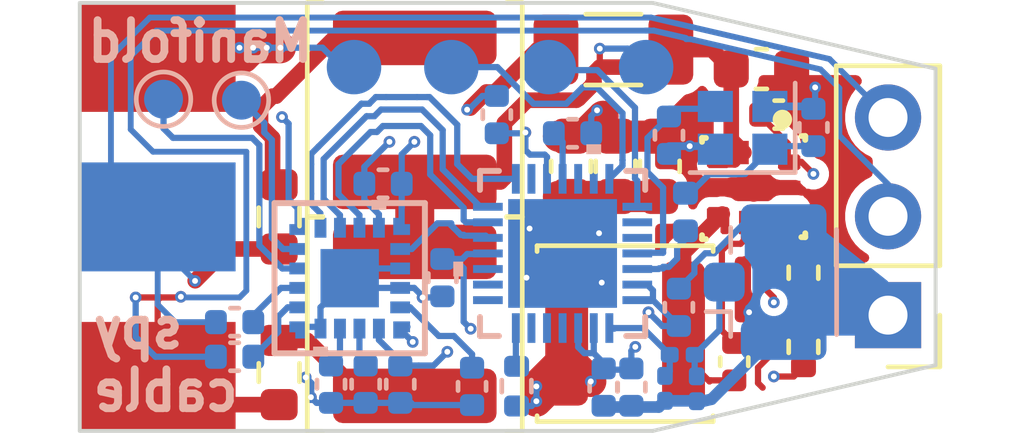
<source format=kicad_pcb>
(kicad_pcb (version 20241229) (generator "pcbnew") (generator_version "9.0")
  (layers (0 "F.Cu" signal) (4 "In1.Cu" signal) (6 "In2.Cu" signal) (2 "B.Cu" signal) (13 "F.Paste" user) (15 "B.Paste" user) (5 "F.SilkS" user "F.Silkscreen") (7 "B.SilkS" user "B.Silkscreen") (1 "F.Mask" user) (3 "B.Mask" user) (25 "Edge.Cuts" user))
  (net 0 "")
  (net 1 "GND")
  (net 2 "/48V_FILTERED")
  (net 3 "/PIN2")
  (net 4 "/PIN3")
  (net 5 "Net-(L1-Pad1)")
  (net 6 "Net-(L2-Pad1)")
  (net 7 "Net-(U1-RT)")
  (net 9 "Net-(U1-BOOT)")
  (net 10 "Net-(U1-SW)")
  (net 11 "+3V3")
  (net 12 "Net-(U1-VOUT_BIAS)")
  (net 15 "Net-(U3-DREG)")
  (net 16 "Net-(U3-AREG)")
  (net 17 "Net-(U3-VREF)")
  (net 18 "Net-(U3-IN1P)")
  (net 19 "Net-(U3-IN1M)")
  (net 20 "Net-(U3-IN2M)")
  (net 21 "Net-(U3-IN2P)")
  (net 22 "Net-(U2-LNA_IN)")
  (net 23 "Net-(J3-In)")
  (net 24 "Net-(U2-XTAL_N)")
  (net 25 "Net-(U2-VDD_SPI)")
  (net 26 "Net-(C18-Pad1)")
  (net 27 "Net-(U2-XTAL_P)")
  (net 28 "Net-(U2-CHIP_EN)")
  (net 29 "/GPIO5")
  (net 30 "/GPIO20")
  (net 31 "/GPIO21")
  (net 32 "/GPIO6")
  (net 33 "/GPIO9")
  (net 34 "/GPIO7")
  (net 35 "/USB_D-")
  (net 36 "/GPIO0")
  (net 37 "/GPIO2")
  (net 38 "/GPIO3")
  (net 39 "/GPIO8")
  (net 40 "/USB_D+")
  (net 41 "/GPIO10")
  (net 42 "/GPIO1")
  (net 43 "/GPIO4")
  (footprint "Capacitor_SMD:C_0603_1608Metric" (layer "F.Cu") (at 63.754 48.7 90)
    (property "Reference" "C7" (hide yes))
    (property "Value" "10 uF" (hide yes))
  )
  (footprint "Capacitor_SMD:C_0603_1608Metric" (layer "F.Cu") (at 62.611 48.7 90)
    (property "Reference" "C6" (hide yes))
    (property "Value" "10 uF" (hide yes))
  )
  (footprint "Inductor_SMD:L_Changjiang_FNR4030S" (layer "F.Cu") (at 64 53 180)
    (property "Reference" "L3" (hide yes))
    (property "Value" "47 uH" (hide yes))
  )
  (footprint "footprints:RPE0009A-MFG" (layer "F.Cu") (at 67.3 49.245566 -90)
    (property "Reference" "U1" (hide yes))
    (property "Value" "PLMR36506RRPET" (hide yes))
  )
  (footprint "Capacitor_SMD:C_0603_1608Metric" (layer "F.Cu") (at 67.5 46.2)
    (property "Reference" "C3" (hide yes))
    (property "Value" "100 nF" (hide yes))
  )
  (footprint "Inductor_SMD:L_Changjiang_FNR5040S" (layer "F.Cu") (at 58.6 47.25 -90)
    (property "Reference" "L2" (hide yes))
    (property "Value" "5 mH" (hide yes))
  )
  (footprint "Capacitor_SMD:C_0402_1005Metric" (layer "F.Cu") (at 66.802 53.721 -90)
    (property "Reference" "C5" (hide yes))
    (property "Value" "100 nF" (hide yes))
  )
  (footprint "Resistor_SMD:R_0603_1608Metric" (layer "F.Cu") (at 55.118 54 90)
    (property "Reference" "R1" (hide yes))
    (property "Value" "100 R" (hide yes))
  )
  (footprint "Inductor_SMD:L_Changjiang_FNR5040S" (layer "F.Cu") (at 58.6 52.75 90)
    (property "Reference" "L1" (hide yes))
    (property "Value" "5 mH" (hide yes))
  )
  (footprint "Capacitor_SMD:C_1206_3216Metric" (layer "F.Cu") (at 63.7 45.7)
    (property "Reference" "C1" (hide yes))
    (property "Value" "10 uF" (hide yes))
  )
  (footprint "Resistor_SMD:R_0603_1608Metric" (layer "F.Cu") (at 55.118 50 90)
    (property "Reference" "R2" (hide yes))
    (property "Value" "100 R" (hide yes))
  )
  (footprint "Resistor_SMD:R_0402_1005Metric" (layer "F.Cu") (at 68.58 51.435 90)
    (property "Reference" "R4" (hide yes))
    (property "Value" "4.32 k 1%" (hide yes))
  )
  (footprint "Resistor_SMD:R_0402_1005Metric" (layer "F.Cu") (at 68.58 53.34 90)
    (property "Reference" "R3" (hide yes))
    (property "Value" "10 k 1%" (hide yes))
  )
  (footprint "Capacitor_SMD:C_0402_1005Metric" (layer "F.Cu") (at 67.945 47.371)
    (property "Reference" "C4" (hide yes))
    (property "Value" "1 uF" (hide yes))
  )
  (footprint "Capacitor_SMD:C_0603_1608Metric" (layer "F.Cu") (at 64.89 48.7 90)
    (property "Reference" "C8" (hide yes))
    (property "Value" "100 nF" (hide yes))
  )
  (footprint "manifold-connectors:XLR_PCB" (layer "F.Cu") (at 52 50)
    (property "Reference" "J1" (hide yes))
    (property "Value" "XLR edge")
  )
  (footprint "Connector_PinHeader_2.54mm:PinHeader_1x03_P2.54mm_Vertical" (layer "F.Cu") (at 70.75 52.525 180)
    (property "Reference" "J2" (hide yes))
    (property "Value" "Wire header")
  )
  (footprint "Resistor_SMD:R_0402_1005Metric" (layer "B.Cu") (at 61.214 54.35 90)
    (property "Reference" "R5" (hide yes))
    (property "Value" "1 k" (hide yes))
  )
  (footprint "Inductor_SMD:L_0402_1005Metric" (layer "B.Cu") (at 65.55 49.875 90)
    (property "Reference" "L5" (hide yes))
    (property "Value" "24 nH" (hide yes))
  )
  (footprint "Capacitor_SMD:C_0201_0603Metric" (layer "B.Cu") (at 65.8368 54.4174 -90)
    (property "Reference" "C11" (hide yes))
    (property "Value" "1.6 pF" (hide yes))
  )
  (footprint "Capacitor_SMD:C_0402_1005Metric" (layer "B.Cu") (at 59.309 51.562 90)
    (property "Reference" "C12" (hide yes))
    (property "Value" "100 nF" (hide yes))
  )
  (footprint "Capacitor_SMD:C_0402_1005Metric" (layer "B.Cu") (at 60.071 54.356 90)
    (property "Reference" "C23" (hide yes))
    (property "Value" "100 nF" (hide yes))
  )
  (footprint "Capacitor_SMD:C_0402_1005Metric" (layer "B.Cu") (at 53.975 53.594)
    (property "Reference" "C19" (hide yes))
    (property "Value" "1 uF" (hide yes))
  )
  (footprint "Connector_Coaxial:U.FL_Hirose_U.FL-R-SMT-1_Vertical" (layer "B.Cu") (at 67.595 51.675)
    (property "Reference" "J3" (hide yes))
    (property "Value" "Conn_Coaxial_Small" (hide yes))
  )
  (footprint "Capacitor_SMD:C_0402_1005Metric" (layer "B.Cu") (at 60.706 47.371 90)
    (property "Reference" "C2" (hide yes))
    (property "Value" "100 nF" (hide yes))
  )
  (footprint "footprints:USB pogo pads" (layer "B.Cu") (at 60.79 46.15)
    (property "Reference" "J4" (hide yes))
    (property "Value" "Programming interface" (hide yes))
  )
  (footprint "Capacitor_SMD:C_0402_1005Metric" (layer "B.Cu") (at 62.65 47.85)
    (property "Reference" "C17" (hide yes))
    (property "Value" "100 nF" (hide yes))
  )
  (footprint "Capacitor_SMD:C_0402_1005Metric" (layer "B.Cu") (at 57.339 54.3 90)
    (property "Reference" "C24" (hide yes))
    (property "Value" "100 nF" (hide yes))
  )
  (footprint "TestPoint:TestPoint_Pad_D1.0mm" (layer "B.Cu") (at 52.15 46.975 180)
    (property "Reference" "TP1" (hide yes))
    (property "Value" "TestPoint" (hide yes))
  )
  (footprint "Capacitor_SMD:C_0402_1005Metric" (layer "B.Cu") (at 63.4492 54.375 -90)
    (property "Reference" "C14" (hide yes))
    (property "Value" "100 nF" (hide yes))
  )
  (footprint "TestPoint:TestPoint_Pad_D1.0mm" (layer "B.Cu") (at 54.15 47 180)
    (property "Reference" "TP2" (hide yes))
    (property "Value" "TestPoint" (hide yes))
  )
  (footprint "Capacitor_SMD:C_0402_1005Metric" (layer "B.Cu") (at 56.45 54.3 90)
    (property "Reference" "C25" (hide yes))
    (property "Value" "100 nF" (hide yes))
  )
  (footprint "Capacitor_SMD:C_0402_1005Metric" (layer "B.Cu") (at 68.834 47.7012 90)
    (property "Reference" "C18" (hide yes))
    (property "Value" "15 pF" (hide yes))
  )
  (footprint "Inductor_SMD:L_0201_0603Metric" (layer "B.Cu") (at 65.466 53.5432 180)
    (property "Reference" "L4" (hide yes))
    (property "Value" "2.4 nH" (hide yes))
  )
  (footprint "footprints:QFN284X4_EXP" (layer "B.Cu") (at 62.395199 50.939601 90)
    (property "Reference" "U2" (hide yes))
    (property "Value" "ESP8685H4" (hide yes))
  )
  (footprint "Capacitor_SMD:C_0201_0603Metric" (layer "B.Cu") (at 65.024 54.4068 90)
    (property "Reference" "C10" (hide yes))
    (property "Value" "1.6 pF" (hide yes))
  )
  (footprint "Capacitor_SMD:C_0402_1005Metric" (layer "B.Cu") (at 65.3796 52.324 -90)
    (property "Reference" "C15" (hide yes))
    (property "Value" "100 nF" (hide yes))
  )
  (footprint "footprints:QFN_820IRTER_TEX" (layer "B.Cu") (at 56.92961 51.575063)
    (property "Reference" "U3" (hide yes))
    (property "Value" "XCM1820IRTER" (hide yes))
  )
  (footprint "Capacitor_SMD:C_0402_1005Metric" (layer "B.Cu") (at 53.975 52.705)
    (property "Reference" "C20" (hide yes))
    (property "Value" "1 uF" (hide yes))
  )
  (footprint "Crystal:Crystal_SMD_2016-4Pin_2.0x1.6mm" (layer "B.Cu") (at 67.0164 47.71 180)
    (property "Reference" "Y1" (hide yes))
    (property "Value" "40 MHz" (hide yes))
  )
  (footprint "Capacitor_SMD:C_0402_1005Metric" (layer "B.Cu") (at 57.785 49.149 180)
    (property "Reference" "C22" (hide yes))
    (property "Value" "100 nF" (hide yes))
  )
  (footprint "Capacitor_SMD:C_0402_1005Metric" (layer "B.Cu") (at 65.1256 47.9 -90)
    (property "Reference" "C16" (hide yes))
    (property "Value" "15 pF" (hide yes))
  )
  (footprint "Capacitor_SMD:C_0402_1005Metric" (layer "B.Cu") (at 58.228 54.3 90)
    (property "Reference" "C21" (hide yes))
    (property "Value" "100 nF" (hide yes))
  )
  (footprint "Capacitor_SMD:C_0402_1005Metric" (layer "B.Cu") (at 64.1604 54.375 -90)
    (property "Reference" "C9" (hide yes))
    (property "Value" "100 nF" (hide yes))
  )
  (gr_line (start 71.9712 46.19) (end 64.71 44.5) (stroke (width 0.1)) (layer "Edge.Cuts"))
  (gr_line (start 71.9712 53.81) (end 64.71 55.5) (stroke (width 0.1)) (layer "Edge.Cuts"))
  (gr_line (start 50 44.5) (end 64.71 44.5) (stroke (width 0.1)) (layer "Edge.Cuts"))
  (gr_line (start 50 55.5) (end 64.71 55.5) (stroke (width 0.1)) (layer "Edge.Cuts"))
  (gr_line (start 71.9712 46.19) (end 71.9712 53.81) (stroke (width 0.1)) (layer "Edge.Cuts"))
  (gr_line (start 50 44.5) (end 50 55.5) (stroke (width 0.1)) (layer "Edge.Cuts"))
  (gr_text "spy\ncable\n" (at 50.25 55.05 0) (layer "B.SilkS") (effects (font (size 1 0.9) (thickness 0.2) (bold yes)) (justify right bottom mirror)))
  (gr_text "Manifold" (at 56.075 46.075 0) (layer "B.SilkS") (effects (font (size 1 0.9) (thickness 0.2) (bold yes)) (justify left bottom mirror)))
  (segment (start 66.929 51.181) (end 66.929 51.689) (width 0.16) (layer "F.Cu") (net 1))
  (segment (start 66.929 51.689) (end 66.929 52.197) (width 0.16) (layer "F.Cu") (net 1))
  (segment (start 70.335 52.11) (end 70.75 52.525) (width 0.2) (layer "F.Cu") (net 1))
  (segment (start 52 45.9) (end 53.852 45.9) (width 0.8) (layer "F.Cu") (net 1))
  (segment (start 68.275 46.2) (end 68.40757 46.2) (width 0.16) (layer "F.Cu") (net 1))
  (segment (start 62.922229 47.925) (end 63.433614 47.413614) (width 0.8) (layer "F.Cu") (net 1))
  (segment (start 68.878785 47.044215) (end 68.425 47.498) (width 0.16) (layer "F.Cu") (net 1))
  (segment (start 67.691 52.959) (end 67.691 53.594) (width 0.16) (layer "F.Cu") (net 1))
  (segment (start 65.659 48.514) (end 65.659 48.1812) (width 0.2) (layer "F.Cu") (net 1))
  (segment (start 63.6 47.925) (end 63.6 47.58) (width 0.4) (layer "F.Cu") (net 1))
  (segment (start 70.55 52.325) (end 70.75 52.525) (width 0.2) (layer "F.Cu") (net 1))
  (segment (start 54.1 45.652) (end 55.15 45.652) (width 0.8) (layer "F.Cu") (net 1))
  (segment (start 63.6 47.58) (end 63.292193 47.272193) (width 0.4) (layer "F.Cu") (net 1))
  (segment (start 62.225 45.7) (end 61.996 45.7) (width 0.4) (layer "F.Cu") (net 1))
  (segment (start 68.878785 46.671215) (end 68.878785 47.044215) (width 0.16) (layer "F.Cu") (net 1))
  (segment (start 67.412 54.270171) (end 67.530915 54.389086) (width 0.16) (layer "F.Cu") (net 1))
  (segment (start 60.66 46.79) (end 60.439352 46.79) (width 0.4) (layer "F.Cu") (net 1))
  (segment (start 60.439352 46.79) (end 60.026127 47.203225) (width 0.4) (layer "F.Cu") (net 1))
  (segment (start 65.659 47.847209) (end 65.60956 47.797769) (width 0.2) (layer "F.Cu") (net 1))
  (segment (start 68.40757 46.2) (end 68.878785 46.671215) (width 0.16) (layer "F.Cu") (net 1))
  (segment (start 62.225 45.7) (end 61.75 45.7) (width 0.4) (layer "F.Cu") (net 1))
  (segment (start 66.929 52.197) (end 67.183 52.451) (width 0.16) (layer "F.Cu") (net 1))
  (segment (start 64.89 47.925) (end 65.4028 47.925) (width 0.8) (layer "F.Cu") (net 1))
  (segment (start 61.996 45.7) (end 61.722 45.974) (width 0.4) (layer "F.Cu") (net 1))
  (segment (start 65.494 48.0162) (end 65.494 48.429626) (width 0.8) (layer "F.Cu") (net 1))
  (segment (start 65.659 48.1812) (end 65.659 47.847209) (width 0.2) (layer "F.Cu") (net 1))
  (segment (start 65.4028 47.925) (end 65.494 48.0162) (width 0.8) (layer "F.Cu") (net 1))
  (segment (start 67.183 52.451) (end 67.691 52.959) (width 0.16) (layer "F.Cu") (net 1))
  (segment (start 67.691 53.594) (end 67.412 53.873) (width 0.16) (layer "F.Cu") (net 1))
  (segment (start 52 45.9) (end 54.202 45.9) (width 0.8) (layer "F.Cu") (net 1))
  (segment (start 62.29 47.925) (end 62.922229 47.925) (width 0.8) (layer "F.Cu") (net 1))
  (segment (start 67.412 53.873) (end 67.412 54.270171) (width 0.16) (layer "F.Cu") (net 1))
  (segment (start 53.852 45.9) (end 54.1 45.652) (width 0.8) (layer "F.Cu") (net 1))
  (segment (start 65.532 48.641) (end 65.659 48.514) (width 0.2) (layer "F.Cu") (net 1))
  (segment (start 62.29 47.925) (end 64.89 47.925) (width 0.8) (layer "F.Cu") (net 1))
  (segment (start 61.75 45.7) (end 60.66 46.79) (width 0.4) (layer "F.Cu") (net 1))
  (segment (start 54.202 45.9) (end 54.45 45.652) (width 0.8) (layer "F.Cu") (net 1))
  (segment (start 66.929 51.689) (end 66.929 51.816) (width 0.16) (layer "F.Cu") (net 1))
  (via (at 54.8 45.652) (size 0.3) (drill 0.15) (layers "F.Cu" "B.Cu") (net 1))
  (via (at 58.547 53.213) (size 0.3) (drill 0.15) (layers "F.Cu" "B.Cu") (net 1))
  (via (at 58.801 52.07) (size 0.3) (drill 0.15) (layers "F.Cu" "B.Cu") (net 1))
  (via (at 61.468 51.562) (size 0.3) (drill 0.15) (layers "F.Cu" "B.Cu") (net 1))
  (via (at 63.28 47.26) (size 0.3) (drill 0.15) (layers "F.Cu" "B.Cu") (net 1))
  (via (at 59.944 47.244) (size 0.3) (drill 0.15) (layers "F.Cu" "B.Cu") (net 1))
  (via (at 55.934035 54.634324) (size 0.3) (drill 0.15) (layers "F.Cu" "B.Cu") (net 1))
  (via (at 54.45 45.652) (size 0.3) (drill 0.15) (layers "F.Cu" "B.Cu") (net 1))
  (via (at 61.547948 50.298905) (size 0.3) (drill 0.15) (layers "F.Cu" "B.Cu") (net 1))
  (via (at 63.4 51.689) (size 0.3) (drill 0.15) (layers "F.Cu" "B.Cu") (net 1))
  (via (at 65.659 48.1812) (size 0.3) (drill 0.15) (layers "F.Cu" "B.Cu") (net 1))
  (via (at 63.330899 50.419) (size 0.3) (drill 0.15) (layers "F.Cu" "B.Cu") (net 1))
  (via (at 58.59 48.07) (size 0.3) (drill 0.15) (layers "F.Cu" "B.Cu") (net 1))
  (via (at 68.878785 46.671215) (size 0.3) (drill 0.15) (layers "F.Cu" "B.Cu") (net 1))
  (via (at 55.15 45.652) (size 0.3) (drill 0.15) (layers "F.Cu" "B.Cu") (net 1))
  (via (at 54.1 45.652) (size 0.3) (drill 0.15) (layers "F.Cu" "B.Cu") (net 1))
  (via (at 55.8 54.125) (size 0.3) (drill 0.15) (layers "F.Cu" "B.Cu") (net 1))
  (via (at 55.191556 47.433444) (size 0.3) (drill 0.15) (layers "F.Cu" "B.Cu") (net 1))
  (via (at 67.183 52.451) (size 0.3) (drill 0.15) (layers "F.Cu" "B.Cu") (net 1))
  (segment (start 66.287 50.934) (end 67.021 50.2) (width 0.16) (layer "B.Cu") (net 1))
  (segment (start 62.395199 50.939601) (end 62.090399 50.939601) (width 0.2) (layer "B.Cu") (net 1))
  (segment (start 65.8368 54.7374) (end 65.997017 54.7374) (width 0.3) (layer "B.Cu") (net 1))
  (segment (start 68.07 50.2) (end 68.07 50.675) (width 0.16) (layer "B.Cu") (net 1))
  (segment (start 68.878785 46.671215) (end 68.878785 47.176415) (width 0.16) (layer "B.Cu") (net 1))
  (segment (start 58.265 48.395) (end 58.59 48.07) (width 0.16) (layer "B.Cu") (net 1))
  (segment (start 63.4492 54.8868) (end 64.1604 54.8868) (width 0.3) (layer "B.Cu") (net 1))
  (segment (start 60.579 46.891) (end 60.338352 46.891) (width 0.16) (layer "B.Cu") (net 1))
  (segment (start 65.779 51.214694) (end 66.059694 50.934) (width 0.16) (layer "B.Cu") (net 1))
  (segment (start 56.731 46.15) (end 56.233 45.652) (width 0.16) (layer "B.Cu") (net 1))
  (segment (start 58.2631 52.825378) (end 58.413378 52.825378) (width 0.16) (layer "B.Cu") (net 1))
  (segment (start 57.179673 51.325) (end 56.92961 51.575063) (width 0.16) (layer "B.Cu") (net 1))
  (segment (start 58.225 51.325) (end 57.179673 51.325) (width 0.16) (layer "B.Cu") (net 1))
  (segment (start 58.2631 52.9291) (end 58.547 53.213) (width 0.16) (layer "B.Cu") (net 1))
  (segment (start 55.59151 50.174685) (end 55.591447 50.174748) (width 0.16) (layer "B.Cu") (net 1))
  (segment (start 68.7728 47.16) (end 68.834 47.2212) (width 0.2) (layer "B.Cu") (net 1))
  (segment (start 56.92961 51.575063) (end 56.179421 52.325252) (width 0.16) (layer "B.Cu") (net 1))
  (segment (start 66.218042 54.685958) (end 67.579 53.325) (width 0.3) (layer "B.Cu") (net 1))
  (segment (start 56.45 54.78) (end 56.079711 54.78) (width 0.16) (layer "B.Cu") (net 1))
  (segment (start 58.225 51.825126) (end 58.584126 51.825126) (width 0.16) (layer "B.Cu") (net 1))
  (segment (start 58.265 49.7522) (end 58.265 49.149) (width 0.16) (layer "B.Cu") (net 1))
  (segment (start 58.584126 51.825126) (end 58.758 51.999) (width 0.16) (layer "B.Cu") (net 1))
  (segment (start 58.225 51.825126) (end 57.179673 51.825126) (width 0.16) (layer "B.Cu") (net 1))
  (segment (start 60.026127 47.203225) (end 59.984775 47.203225) (width 0.16) (layer "B.Cu") (net 1))
  (segment (start 55.361 47.602888) (end 55.361 49.544175) (width 0.16) (layer "B.Cu") (net 1))
  (segment (start 55.942035 54.579324) (end 55.942035 54.267035) (width 0.16) (layer "B.Cu") (net 1))
  (segment (start 58.265 49.149) (end 58.265 48.395) (width 0.16) (layer "B.Cu") (net 1))
  (segment (start 58.758 51.999) (end 58.758 52.027) (width 0.16) (layer "B.Cu") (net 1))
  (segment (start 60.338352 46.891) (end 60.026127 47.203225) (width 0.16) (layer "B.Cu") (net 1))
  (segment (start 58.56 54.836) (end 60.071 54.836) (width 0.16) (layer "B.Cu") (net 1))
  (segment (start 65.024 54.7268) (end 65.8262 54.7268) (width 0.3) (layer "B.Cu") (net 1))
  (segment (start 56.179421 52.325252) (end 56.179421 52.870453) (width 0.16) (layer "B.Cu") (net 1))
  (segment (start 56.134346 52.825378) (end 56.179421 52.870453) (width 0.16) (layer "B.Cu") (net 1))
  (segment (start 64.864 54.8868) (end 65.024 54.7268) (width 0.3) (layer "B.Cu") (net 1))
  (segment (start 55.59151 49.774685) (end 55.59151 50.174685) (width 0.16) (layer "B.Cu") (net 1))
  (segment (start 65.779 51.442) (end 65.779 51.214694) (width 0.16) (layer "B.Cu") (net 1))
  (segment (start 65.8262 54.7268) (end 65.8368 54.7374) (width 0.3) (layer "B.Cu") (net 1))
  (segment (start 57.04 46.15) (end 56.731 46.15) (width 0.16) (layer "B.Cu") (net 1))
  (segment (start 62.090399 50.939601) (end 61.468 51.562) (width 0.2) (layer "B.Cu") (net 1))
  (segment (start 67.579 53.325) (end 67.8 53.325) (width 0.3) (layer "B.Cu") (net 1))
  (segment (start 58.228 54.78) (end 58.504 54.78) (width 0.16) (layer "B.Cu") (net 1))
  (segment (start 63.13 47.85) (end 63.13 47.41) (width 0.16) (layer "B.Cu") (net 1))
  (segment (start 57.179673 51.825126) (end 56.92961 51.575063) (width 0.16) (layer "B.Cu") (net 1))
  (segment (start 54.8 45.652) (end 55.15 45.652) (width 0.16) (layer "B.Cu") (net 1))
  (segment (start 55.361 49.544175) (end 55.59151 49.774685) (width 0.16) (layer "B.Cu") (net 1))
  (segment (start 54.45 45.652) (end 54.1 45.652) (width 0.16) (layer "B.Cu") (net 1))
  (segment (start 58.2631 52.825378) (end 58.2631 52.9291) (width 0.16) (layer "B.Cu") (net 1))
  (segment (start 63.13 47.41) (end 63.28 47.26) (width 0.16) (layer "B.Cu") (net 1))
  (segment (start 65.997017 54.7374) (end 66.218042 54.685958) (width 0.3) (layer "B.Cu") (net 1))
  (segment (start 67.183 52.451) (end 67.371 52.451) (width 0.16) (layer "B.Cu") (net 1))
  (segment (start 62.650601 50.939601) (end 63.4 51.689) (width 0.2) (layer "B.Cu") (net 1))
  (segment (start 56.079711 54.78) (end 55.934035 54.634324) (width 0.16) (layer "B.Cu") (net 1))
  (segment (start 67.021 50.2) (end 68.07 50.2) (width 0.16) (layer "B.Cu") (net 1))
  (segment (start 62.395199 50.939601) (end 62.650601 50.939601) (width 0.2) (layer "B.Cu") (net 1))
  (segment (start 58.801 52.07) (end 59.281 52.07) (width 0.16) (layer "B.Cu") (net 1))
  (segment (start 59.281 52.07) (end 59.309 52.042) (width 0.16) (layer "B.Cu") (net 1))
  (segment (start 65.3796 51.844) (end 65.3796 51.8414) (width 0.16) (layer "B.Cu") (net 1))
  (segment (start 59.984775 47.203225) (end 59.944 47.244) (width 0.16) (layer "B.Cu") (net 1))
  (segment (start 62.395199 50.939601) (end 62.188644 50.939601) (width 0.2) (layer "B.Cu") (net 1))
  (segment (start 66.2376 48.1812) (end 66.3164 48.26) (width 0.2) (layer "B.Cu") (net 1))
  (segment (start 58.504 54.78) (end 58.56 54.836) (width 0.16) (layer "B.Cu") (net 1))
  (segment (start 55.942035 54.267035) (end 55.8 54.125) (width 0.16) (layer "B.Cu") (net 1))
  (segment (start 65.3796 51.8414) (end 65.779 51.442) (width 0.16) (layer "B.Cu") (net 1))
  (segment (start 58.2631 50.324748) (end 58.2631 49.7541) (width 0.16) (layer "B.Cu") (net 1))
  (segment (start 65.659 48.1812) (end 66.2376 48.1812) (width 0.2) (layer "B.Cu") (net 1))
  (segment (start 56.229421 52.870453) (end 56.229421 53.025252) (width 0.16) (layer "B.Cu") (net 1))
  (segment (start 58.228 54.78) (end 56.45 54.78) (width 0.16) (layer "B.Cu") (net 1))
  (segment (start 67.371 52.451) (end 68.07 53.15) (width 0.16) (layer "B.Cu") (net 1))
  (segment (start 60.66 46.79) (end 60.66 47.05) (width 0.16) (layer "B.Cu") (net 1))
  (segment (start 54.45 45.652) (end 54.8 45.652) (width 0.16) (layer "B.Cu") (net 1))
  (segment (start 68.878785 47.176415) (end 68.834 47.2212) (width 0.16) (layer "B.Cu") (net 1))
  (segment (start 55.191556 47.433444) (end 55.361 47.602888) (width 0.16) (layer "B.Cu") (net 1))
  (segment (start 66.059694 50.934) (end 66.287 50.934) (width 0.16) (layer "B.Cu") (net 1))
  (segment (start 68.07 50.675) (end 67.691 51.054) (width 0.16) (layer "B.Cu") (net 1))
  (segment (start 55.59612 52.825378) (end 56.134346 52.825378) (width 0.16) (layer "B.Cu") (net 1))
  (segment (start 67.8 53.325) (end 67.975 53.15) (width 0.3) (layer "B.Cu") (net 1))
  (segment (start 62.188644 50.939601) (end 61.547948 50.298905) (width 0.2) (layer "B.Cu") (net 1))
  (segment (start 55.15 45.652) (end 56.233 45.652) (width 0.16) (layer "B.Cu") (net 1))
  (segment (start 58.2631 49.7541) (end 58.265 49.7522) (width 0.16) (layer "B.Cu") (net 1))
  (segment (start 58.758 52.027) (end 58.801 52.07) (width 0.16) (layer "B.Cu") (net 1))
  (segment (start 65.1256 48.1812) (end 65.659 48.1812) (width 0.2) (layer "B.Cu") (net 1))
  (segment (start 64.1604 54.8868) (end 64.864 54.8868) (width 0.3) (layer "B.Cu") (net 1))
  (segment (start 67.7164 47.16) (end 68.7728 47.16) (width 0.2) (layer "B.Cu") (net 1))
  (segment (start 63.35 45.675) (end 63.35 46.15) (width 0.16) (layer "F.Cu") (net 2))
  (segment (start 65.175 45.7) (end 64.725 46.15) (width 0.4) (layer "F.Cu") (net 2))
  (segment (start 63.201 46.549) (end 63.161 46.589) (width 0.4) (layer "F.Cu") (net 2))
  (segment (start 60.8 49.1) (end 58.6 49.1) (width 0.4) (layer "F.Cu") (net 2))
  (segment (start 61.489 47.001) (end 60.9 47.59) (width 0.4) (layer "F.Cu") (net 2))
  (segment (start 62.789 46.961) (end 62.749 47.001) (width 0.4) (layer "F.Cu") (net 2))
  (segment (start 62.810012 46.961) (end 62.789 46.961) (width 0.4) (layer "F.Cu") (net 2))
  (segment (start 63.201 46.299) (end 63.201 46.549) (width 0.4) (layer "F.Cu") (net 2))
  (segment (start 66.725 46.2) (end 66.725 48.020565) (width 0.4) (layer "F.Cu") (net 2))
  (segment (start 64.725 46.15) (end 63.35 46.15) (width 0.4) (layer "F.Cu") (net 2))
  (segment (start 63.35 46.15) (end 63.201 46.299) (width 0.4) (layer "F.Cu") (net 2))
  (segment (start 66.811405 48.10697) (end 66.725 48.020565) (width 0.3) (layer "F.Cu") (net 2))
  (segment (start 60.9 47.59) (end 60.9 49) (width 0.4) (layer "F.Cu") (net 2))
  (segment (start 60.9 49) (end 60.8 49.1) (width 0.4) (layer "F.Cu") (net 2))
  (segment (start 63.161 46.610012) (end 62.810012 46.961) (width 0.4) (layer "F.Cu") (net 2))
  (segment (start 63.161 46.589) (end 63.161 46.610012) (width 0.4) (layer "F.Cu") (net 2))
  (segment (start 62.749 47.001) (end 61.489 47.001) (width 0.4) (layer "F.Cu") (net 2))
  (segment (start 66.811405 48.58416) (end 66.811405 48.10697) (width 0.3) (layer "F.Cu") (net 2))
  (segment (start 66.423156 48.58416) (end 66.811405 48.58416) (width 0.3) (layer "F.Cu") (net 2))
  (segment (start 66.725 48.020565) (end 67.05 48.345565) (width 0.4) (layer "F.Cu") (net 2))
  (segment (start 66.225 45.7) (end 66.725 46.2) (width 0.4) (layer "F.Cu") (net 2))
  (segment (start 58.6 50.9) (end 58.6 49.1) (width 1) (layer "F.Cu") (net 2))
  (segment (start 65.175 45.7) (end 66.225 45.7) (width 0.4) (layer "F.Cu") (net 2))
  (segment (start 66.811405 48.58416) (end 67.05 48.345565) (width 0.3) (layer "F.Cu") (net 2))
  (via (at 63.35 45.675) (size 0.3) (drill 0.15) (layers "F.Cu" "B.Cu") (net 2))
  (segment (start 64.065 45.675) (end 64.54 46.15) (width 0.16) (layer "B.Cu") (net 2))
  (segment (start 63.35 45.675) (end 64.065 45.675) (width 0.16) (layer "B.Cu") (net 2))
  (segment (start 52.07 52.07) (end 51.435 52.07) (width 0.16) (layer "F.Cu") (net 3))
  (segment (start 55.118 54.825) (end 52.725 54.825) (width 0.4) (layer "F.Cu") (net 3))
  (segment (start 52.725 54.825) (end 52 54.1) (width 0.4) (layer "F.Cu") (net 3))
  (segment (start 52 52.14) (end 52.07 52.07) (width 0.16) (layer "F.Cu") (net 3))
  (segment (start 52 54.1) (end 52 52.14) (width 0.16) (layer "F.Cu") (net 3))
  (segment (start 52.07 52.07) (end 52.578 52.07) (width 0.16) (layer "F.Cu") (net 3))
  (via (at 52.594971 52.053029) (size 0.3) (drill 0.15) (layers "F.Cu" "B.Cu") (net 3))
  (via (at 51.435 52.07) (size 0.3) (drill 0.15) (layers "F.Cu" "B.Cu") (net 3))
  (segment (start 65.68284 45.431785) (end 65.762525 45.45033) (width 0.15) (layer "B.Cu") (net 3))
  (segment (start 65.773522 45.452891) (end 65.773524 45.45289) (width 0.15) (layer "B.Cu") (net 3))
  (segment (start 65.532 45.396678) (end 65.567107 45.431785) (width 0.15) (layer "B.Cu") (net 3))
  (segment (start 69.189306 46.380694) (end 69.078827 46.270215) (width 0.15) (layer "B.Cu") (net 3))
  (segment (start 51.308 45.867) (end 51.308 47.752) (width 0.15) (layer "B.Cu") (net 3))
  (segment (start 51.435 53.086) (end 51.943 53.594) (width 0.16) (layer "B.Cu") (net 3))
  (segment (start 54.102 52.07) (end 52.578 52.07) (width 0.15) (layer "B.Cu") (net 3))
  (segment (start 65.567107 45.431785) (end 65.68284 45.431785) (width 0.15) (layer "B.Cu") (net 3))
  (segment (start 69.189306 46.380694) (end 69.5 46.691388) (width 0.15) (layer "B.Cu") (net 3))
  (segment (start 51.308 47.752) (end 51.88 48.324) (width 0.15) (layer "B.Cu") (net 3))
  (segment (start 51.435 52.07) (end 51.435 53.086) (width 0.16) (layer "B.Cu") (net 3))
  (segment (start 51.943 53.594) (end 53.495 53.594) (width 0.16) (layer "B.Cu") (net 3))
  (segment (start 51.88 48.324) (end 54.276 48.324) (width 0.15) (layer "B.Cu") (net 3))
  (segment (start 52.578 52.07) (end 52.594971 52.053029) (width 0.15) (layer "B.Cu") (net 3))
  (segment (start 64.738522 45.212) (end 64.516 45.212) (width 0.15) (layer "B.Cu") (net 3))
  (segment (start 69.5 47.91) (end 70.75 49.16) (width 0.15) (layer "B.Cu") (net 3))
  (segment (start 65.532 45.396678) (end 65.561491 45.403542) (width 0.15) (layer "B.Cu") (net 3))
  (segment (start 64.611513 45.212) (end 64.738522 45.212) (width 0.15) (layer "B.Cu") (net 3))
  (segment (start 65.533186 45.396954) (end 65.532 45.396678) (width 0.15) (layer "B.Cu") (net 3))
  (segment (start 65.561491 45.403542) (end 64.738522 45.212) (width 0.15) (layer "B.Cu") (net 3))
  (segment (start 65.773524 45.45289) (end 69.01622 46.207608) (width 0.15) (layer "B.Cu") (net 3))
  (segment (start 65.773521 45.452889) (end 65.773522 45.452891) (width 0.15) (layer "B.Cu") (net 3))
  (segment (start 70.75 49.16) (end 70.75 49.985) (width 0.15) (layer "B.Cu") (net 3))
  (segment (start 65.561491 45.403542) (end 65.533186 45.396954) (width 0.15) (layer "B.Cu") (net 3))
  (segment (start 69.01622 46.207608) (end 69.189306 46.380694) (width 0.15) (layer "B.Cu") (net 3))
  (segment (start 65.762525 45.45033) (end 65.77352 45.45289) (width 0.15) (layer "B.Cu") (net 3))
  (segment (start 51.963 45.212) (end 51.308 45.867) (width 0.15) (layer "B.Cu") (net 3))
  (segment (start 54.276 48.324) (end 54.276 51.896) (width 0.15) (layer "B.Cu") (net 3))
  (segment (start 69.5 46.691388) (end 69.5 47.91) (width 0.15) (layer "B.Cu") (net 3))
  (segment (start 65.77352 45.45289) (end 65.773521 45.452889) (width 0.15) (layer "B.Cu") (net 3))
  (segment (start 54.276 51.896) (end 54.102 52.07) (width 0.15) (layer "B.Cu") (net 3))
  (segment (start 64.738522 45.212) (end 65.532 45.396678) (width 0.15) (layer "B.Cu") (net 3))
  (segment (start 64.611513 45.212) (end 51.963 45.212) (width 0.15) (layer "B.Cu") (net 3))
  (segment (start 55.118 50.825) (end 53.779 50.825) (width 0.4) (layer "F.Cu") (net 4))
  (segment (start 53.779 50.825) (end 52.962587 51.641413) (width 0.4) (layer "F.Cu") (net 4))
  (via (at 52.959 51.645) (size 0.3) (drill 0.15) (layers "F.Cu" "B.Cu") (net 4))
  (segment (start 50.8 48.8) (end 50.8 45.875) (width 0.15) (layer "B.Cu") (net 4))
  (segment (start 52 50) (end 50.8 48.8) (width 0.15) (layer "B.Cu") (net 4))
  (segment (start 64.666821 44.876) (end 65.718554 45.120785) (width 0.15) (layer "B.Cu") (net 4))
  (segment (start 52 50) (end 52 50.686) (width 0.15) (layer "B.Cu") (net 4))
  (segment (start 65.718554 45.120784) (end 69.247011 45.942011) (width 0.15) (layer "B.Cu") (net 4))
  (segment (start 52.451 52.705) (end 53.495 52.705) (width 0.15) (layer "B.Cu") (net 4))
  (segment (start 69.247011 45.942011) (end 70.75 47.445) (width 0.15) (layer "B.Cu") (net 4))
  (segment (start 65.718554 45.120785) (end 65.718554 45.120784) (width 0.15) (layer "B.Cu") (net 4))
  (segment (start 65.718554 45.120784) (end 65.662476 45.107732) (width 0.15) (layer "B.Cu") (net 4))
  (segment (start 52 50) (end 52 52.254) (width 0.15) (layer "B.Cu") (net 4))
  (segment (start 52 50.686) (end 52.959 51.645) (width 0.15) (layer "B.Cu") (net 4))
  (segment (start 50.8 45.875) (end 51.799 44.876) (width 0.15) (layer "B.Cu") (net 4))
  (segment (start 52 52.254) (end 52.451 52.705) (width 0.15) (layer "B.Cu") (net 4))
  (segment (start 51.799 44.876) (end 64.666821 44.876) (width 0.15) (layer "B.Cu") (net 4))
  (segment (start 57.267 54.6) (end 55.842 53.175) (width 0.4) (layer "F.Cu") (net 5))
  (segment (start 58.6 54.6) (end 57.267 54.6) (width 0.4) (layer "F.Cu") (net 5))
  (segment (start 55.842 53.175) (end 55.118 53.175) (width 0.4) (layer "F.Cu") (net 5))
  (segment (start 54.640556 47.205212) (end 54.95 46.895768) (width 0.4) (layer "F.Cu") (net 6))
  (segment (start 54.640556 47.661676) (end 54.640556 47.205212) (width 0.4) (layer "F.Cu") (net 6))
  (segment (start 54.95 49.007) (end 54.95 47.97112) (width 0.4) (layer "F.Cu") (net 6))
  (segment (start 54.95 47.97112) (end 54.640556 47.661676) (width 0.4) (layer "F.Cu") (net 6))
  (segment (start 56.534785 45.4) (end 58.6 45.4) (width 0.4) (layer "F.Cu") (net 6))
  (segment (start 54.95 46.895768) (end 55.039017 46.895768) (width 0.4) (layer "F.Cu") (net 6))
  (segment (start 55.118 49.175) (end 54.95 49.007) (width 0.4) (layer "F.Cu") (net 6))
  (segment (start 55.039017 46.895768) (end 56.534785 45.4) (width 0.4) (layer "F.Cu") (net 6))
  (segment (start 68.176841 48.58416) (end 68.52316 48.58416) (width 0.16) (layer "F.Cu") (net 7))
  (segment (start 67.465 47.498) (end 67.564 47.498) (width 0.16) (layer "F.Cu") (net 7))
  (segment (start 68.176841 48.110841) (end 68.176841 48.58416) (width 0.16) (layer "F.Cu") (net 7))
  (segment (start 67.564 51.816) (end 67.818 52.07) (width 0.16) (layer "F.Cu") (net 7))
  (segment (start 67.55 50.145567) (end 67.564 50.159567) (width 0.16) (layer "F.Cu") (net 7))
  (segment (start 67.564 50.159567) (end 67.564 51.816) (width 0.16) (layer "F.Cu") (net 7))
  (segment (start 67.818 52.07) (end 67.818 52.197) (width 0.16) (layer "F.Cu") (net 7))
  (segment (start 67.564 47.498) (end 68.176841 48.110841) (width 0.16) (layer "F.Cu") (net 7))
  (segment (start 68.52316 48.58416) (end 68.834 48.895) (width 0.16) (layer "F.Cu") (net 7))
  (via (at 68.834 48.895) (size 0.3) (drill 0.15) (layers "F.Cu" "B.Cu") (net 7))
  (via (at 67.818 52.197) (size 0.3) (drill 0.15) (layers "F.Cu" "B.Cu") (net 7))
  (segment (start 66.656434 50.691566) (end 66.4845 50.8635) (width 0.16) (layer "F.Cu") (net 9))
  (segment (start 66.4845 52.9235) (end 66.4845 50.8635) (width 0.16) (layer "F.Cu") (net 9))
  (segment (start 66.802 53.241) (end 66.4845 52.9235) (width 0.16) (layer "F.Cu") (net 9))
  (segment (start 67.05 50.605566) (end 66.964 50.691566) (width 0.16) (layer "F.Cu") (net 9))
  (segment (start 66.964 50.691566) (end 66.656434 50.691566) (width 0.16) (layer "F.Cu") (net 9))
  (segment (start 67.05 50.145567) (end 67.05 50.605566) (width 0.16) (layer "F.Cu") (net 9))
  (segment (start 66.49497 49.925097) (end 65.5 50.920067) (width 0.4) (layer "F.Cu") (net 10))
  (segment (start 65.5 53) (end 65.5 53.413402) (width 0.4) (layer "F.Cu") (net 10))
  (segment (start 65.5 53.562) (end 65.5 53) (width 0.16) (layer "F.Cu") (net 10))
  (segment (start 66.195 54.201) (end 66.167 54.229) (width 0.16) (layer "F.Cu") (net 10))
  (segment (start 66.167 54.229) (end 65.5 53.562) (width 0.16) (layer "F.Cu") (net 10))
  (segment (start 65.5 50.920067) (end 65.5 53) (width 0.4) (layer "F.Cu") (net 10))
  (segment (start 66.802 54.201) (end 66.195 54.201) (width 0.16) (layer "F.Cu") (net 10))
  (segment (start 64.89 49.475) (end 62.29 49.475) (width 0.8) (layer "F.Cu") (net 11))
  (segment (start 62.29 49.475) (end 62.29 50.19) (width 0.8) (layer "F.Cu") (net 11))
  (segment (start 62.5 53) (end 62.5 53.61) (width 0.8) (layer "F.Cu") (net 11))
  (segment (start 67.818 54.102) (end 68.328 54.102) (width 0.16) (layer "F.Cu") (net 11))
  (segment (start 62.5 53) (end 62.5 53.578) (width 0.8) (layer "F.Cu") (net 11))
  (segment (start 62.5 53.61) (end 63.119 54.229) (width 0.8) (layer "F.Cu") (net 11))
  (segment (start 62.5 53.578) (end 61.722 54.356) (width 0.8) (layer "F.Cu") (net 11))
  (segment (start 62.29 50.19) (end 62.5 50.4) (width 0.8) (layer "F.Cu") (net 11))
  (segment (start 62.5 53.959) (end 61.722 54.737) (width 0.8) (layer "F.Cu") (net 11))
  (segment (start 62.5 53) (end 62.5 53.959) (width 0.8) (layer "F.Cu") (net 11))
  (segment (start 68.328 54.102) (end 68.58 53.85) (width 0.16) (layer "F.Cu") (net 11))
  (segment (start 62.5 50.4) (end 62.5 53) (width 0.8) (layer "F.Cu") (net 11))
  (via (at 59.436 53.467) (size 0.3) (drill 0.15) (layers "F.Cu" "B.Cu") (net 11))
  (via (at 57.95 48.07) (size 0.3) (drill 0.15) (layers "F.Cu" "B.Cu") (net 11))
  (via (at 64.262 53.34) (size 0.3) (drill 0.15) (layers "F.Cu" "B.Cu") (net 11))
  (via (at 67.818 54.102) (size 0.3) (drill 0.15) (layers "F.Cu" "B.Cu") (net 11))
  (via (at 64.6 52.450696) (size 0.3) (drill 0.15) (layers "F.Cu" "B.Cu") (net 11))
  (via (at 61.722 54.356) (size 0.3) (drill 0.15) (layers "F.Cu" "B.Cu") (net 11))
  (via (at 61.44 47.83) (size 0.3) (drill 0.15) (layers "F.Cu" "B.Cu") (net 11))
  (via (at 63.119 54.229) (size 0.3) (drill 0.15) (layers "F.Cu" "B.Cu") (net 11))
  (via (at 61.722 54.737) (size 0.3) (drill 0.15) (layers "F.Cu" "B.Cu") (net 11))
  (via (at 60.035 52.875) (size 0.3) (drill 0.15) (layers "F.Cu" "B.Cu") (net 11))
  (segment (start 61.937798 48.399901) (end 61.9952 48.457303) (width 0.16) (layer "B.Cu") (net 11))
  (segment (start 61.44 48.28) (end 61.44 47.83) (width 0.16) (layer "B.Cu") (net 11))
  (segment (start 58.228 53.71089) (end 58.228 53.82) (width 0.16) (layer "B.Cu") (net 11))
  (segment (start 61.419 47.851) (end 61.44 47.83) (width 0.16) (layer "B.Cu") (net 11))
  (segment (start 64.312899 52.139601) (end 64.715201 52.139601) (width 0.16) (layer "B.Cu") (net 11))
  (segment (start 64.1604 53.8307) (end 64.1604 53.9268) (width 0.16) (layer "B.Cu") (net 11))
  (segment (start 65.3796 52.804) (end 64.953304 52.804) (width 0.16) (layer "B.Cu") (net 11))
  (segment (start 61.599 54.86) (end 61.722 54.737) (width 0.16) (layer "B.Cu") (net 11))
  (segment (start 63.620098 53.9268) (end 64.1604 53.9268) (width 0.16) (layer "B.Cu") (net 11))
  (segment (start 58.702 53.82) (end 59.083 53.82) (width 0.16) (layer "B.Cu") (net 11))
  (segment (start 59.618999 51.082) (end 59.855499 51.3185) (width 0.16) (layer "B.Cu") (net 11))
  (segment (start 64.1604 53.4416) (end 64.262 53.34) (width 0.16) (layer "B.Cu") (net 11))
  (segment (start 59.944 50.955) (end 59.817 51.082) (width 0.16) (layer "B.Cu") (net 11))
  (segment (start 59.083 53.82) (end 59.436 53.467) (width 0.16) (layer "B.Cu") (net 11))
  (segment (start 57.679799 49.932799) (end 57.305 49.558) (width 0.16) (layer "B.Cu") (net 11))
  (segment (start 60.4621 50.955) (end 60.477499 50.939601) (width 0.16) (layer "B.Cu") (net 11))
  (segment (start 61.214 54.86) (end 61.599 54.86) (width 0.16) (layer "B.Cu") (net 11))
  (segment (start 57.679799 53.162689) (end 58.228 53.71089) (width 0.16) (layer "B.Cu") (net 11))
  (segment (start 64.953304 52.804) (end 64.6 52.450696) (width 0.16) (layer "B.Cu") (net 11))
  (segment (start 59.817 51.082) (end 59.309 51.082) (width 0.16) (layer "B.Cu") (net 11))
  (segment (start 60.579 47.851) (end 61.419 47.851) (width 0.16) (layer "B.Cu") (net 11))
  (segment (start 64.566602 51.739602) (end 64.715201 51.888201) (width 0.16) (layer "B.Cu") (net 11))
  (segment (start 57.679799 52.870453) (end 57.679799 53.162689) (width 0.16) (layer "B.Cu") (net 11))
  (segment (start 61.722 54.737) (end 61.722 54.356) (width 0.16) (layer "B.Cu") (net 11))
  (segment (start 57.679799 50.279673) (end 57.679799 49.932799) (width 0.16) (layer "B.Cu") (net 11))
  (segment (start 61.937798 48.399901) (end 61.559901 48.399901) (width 0.16) (layer "B.Cu") (net 11))
  (segment (start 59.944 50.955) (end 60.4621 50.955) (width 0.16) (layer "B.Cu") (net 11))
  (segment (start 61.559901 48.399901) (end 61.44 48.28) (width 0.16) (layer "B.Cu") (net 11))
  (segment (start 62.795198 52.857301) (end 62.795198 53.345198) (width 0.16) (layer "B.Cu") (net 11))
  (segment (start 57.305 49.149) (end 57.305 48.715) (width 0.16) (layer "B.Cu") (net 11))
  (segment (start 64.1604 53.895) (end 64.1604 53.4416) (width 0.16) (layer "B.Cu") (net 11))
  (segment (start 59.855499 52.695499) (end 60.035 52.875) (width 0.16) (layer "B.Cu") (net 11))
  (segment (start 63.1952 53.501902) (end 63.620098 53.9268) (width 0.16) (layer "B.Cu") (net 11))
  (segment (start 58.236 53.744736) (end 58.236 53.765) (width 0.16) (layer "B.Cu") (net 11))
  (segment (start 59.855499 51.3185) (end 59.855499 52.695499) (width 0.16) (layer "B.Cu") (net 11))
  (segment (start 64.312899 51.739602) (end 64.566602 51.739602) (width 0.16) (layer "B.Cu") (net 11))
  (segment (start 57.305 49.558) (end 57.305 49.149) (width 0.16) (layer "B.Cu") (net 11))
  (segment (start 58.228 53.82) (end 58.702 53.82) (width 0.16) (layer "B.Cu") (net 11))
  (segment (start 62.795198 53.345198) (end 62.951902 53.501902) (width 0.16) (layer "B.Cu") (net 11))
  (segment (start 57.305 48.715) (end 57.95 48.07) (width 0.16) (layer "B.Cu") (net 11))
  (segment (start 64.715201 51.888201) (end 64.715201 52.139601) (width 0.16) (layer "B.Cu") (net 11))
  (segment (start 59.309 51.082) (end 59.618999 51.082) (width 0.16) (layer "B.Cu") (net 11))
  (segment (start 64.715201 52.139601) (end 65.3796 52.804) (width 0.16) (layer "B.Cu") (net 11))
  (segment (start 62.951902 53.501902) (end 63.1952 53.501902) (width 0.16) (layer "B.Cu") (net 11))
  (segment (start 61.9952 48.457303) (end 61.9952 49.021901) (width 0.16) (layer "B.Cu") (net 11))
  (segment (start 63.1952 52.857301) (end 63.1952 53.501902) (width 0.16) (layer "B.Cu") (net 11))
  (segment (start 68.019 51.384) (end 68.58 51.945) (width 0.16) (layer "F.Cu") (net 12))
  (segment (start 68.019 50.032936) (end 68.019 51.384) (width 0.16) (layer "F.Cu") (net 12))
  (segment (start 68.58 52.703) (end 68.58 52.07) (width 0.16) (layer "F.Cu") (net 12))
  (segment (start 68.140936 49.911) (end 68.019 50.032936) (width 0.16) (layer "F.Cu") (net 12))
  (segment (start 68.58 51.945) (end 68.58 52.703) (width 0.16) (layer "F.Cu") (net 12))
  (segment (start 58.225 52.325252) (end 58.482081 52.325252) (width 0.16) (layer "B.Cu") (net 15))
  (segment (start 58.482081 52.325252) (end 59.217829 53.061) (width 0.16) (layer "B.Cu") (net 15))
  (segment (start 59.604171 53.061) (end 60.071 53.527829) (width 0.16) (layer "B.Cu") (net 15))
  (segment (start 59.217829 53.061) (end 59.604171 53.061) (width 0.16) (layer "B.Cu") (net 15))
  (segment (start 60.071 53.527829) (end 60.071 53.876) (width 0.16) (layer "B.Cu") (net 15))
  (segment (start 57.339 53.82) (end 57.179673 53.660673) (width 0.16) (layer "B.Cu") (net 16))
  (segment (start 57.179673 53.660673) (end 57.179673 52.870453) (width 0.16) (layer "B.Cu") (net 16))
  (segment (start 57.175063 53.593063) (end 57.347 53.765) (width 0.16) (layer "B.Cu") (net 16))
  (segment (start 56.679547 53.543453) (end 56.679547 52.870453) (width 0.16) (layer "B.Cu") (net 17))
  (segment (start 56.434937 53.741937) (end 56.458 53.765) (width 0.16) (layer "B.Cu") (net 17))
  (segment (start 56.458 53.765) (end 56.679547 53.543453) (width 0.16) (layer "B.Cu") (net 17))
  (segment (start 55.33618 52.325252) (end 55.63422 52.325252) (width 0.16) (layer "B.Cu") (net 18))
  (segment (start 55.09422 52.95478) (end 54.455 53.594) (width 0.16) (layer "B.Cu") (net 18))
  (segment (start 55.09422 52.567212) (end 55.09422 52.95478) (width 0.16) (layer "B.Cu") (net 18))
  (segment (start 55.09422 52.567212) (end 55.33618 52.325252) (width 0.16) (layer "B.Cu") (net 18))
  (segment (start 54.455 52.536072) (end 55.165946 51.825126) (width 0.16) (layer "B.Cu") (net 19))
  (segment (start 54.455 52.705) (end 54.455 52.536072) (width 0.16) (layer "B.Cu") (net 19))
  (segment (start 55.165946 51.825126) (end 55.63422 51.825126) (width 0.16) (layer "B.Cu") (net 19))
  (segment (start 54.737 47.827577) (end 54.742962 47.83354) (width 0.16) (layer "B.Cu") (net 20))
  (segment (start 54.737 47.587) (end 54.737 47.827578) (width 0.16) (layer "B.Cu") (net 20))
  (segment (start 54.15 47) (end 54.737 47.587) (width 0.16) (layer "B.Cu") (net 20))
  (segment (start 54.931 48.287502) (end 54.931 50.535654) (width 0.16) (layer "B.Cu") (net 20))
  (segment (start 54.742962 47.83354) (end 54.742963 47.83354) (width 0.16) (layer "B.Cu") (net 20))
  (segment (start 54.737 47.827578) (end 54.737 47.827577) (width 0.16) (layer "B.Cu") (net 20))
  (segment (start 54.931 48.021577) (end 54.931 48.021578) (width 0.16) (layer "B.Cu") (net 20))
  (segment (start 54.931 50.535654) (end 55.22022 50.824874) (width 0.16) (layer "B.Cu") (net 20))
  (segment (start 54.931 48.021578) (end 54.931 48.287502) (width 0.16) (layer "B.Cu") (net 20))
  (segment (start 55.22022 50.824874) (end 55.63422 50.824874) (width 0.16) (layer "B.Cu") (net 20))
  (segment (start 54.74446 47.835037) (end 54.74446 47.835038) (width 0.16) (layer "B.Cu") (net 20))
  (segment (start 54.742963 47.83354) (end 54.74446 47.835037) (width 0.16) (layer "B.Cu") (net 20))
  (segment (start 54.74446 47.835038) (end 54.931 48.021577) (width 0.16) (layer "B.Cu") (net 20))
  (segment (start 52.15 47.725) (end 52.393 47.968) (width 0.16) (layer "B.Cu") (net 21))
  (segment (start 54.61 50.735) (end 55.2 51.325) (width 0.16) (layer "B.Cu") (net 21))
  (segment (start 52.15 46.975) (end 52.15 47.725) (width 0.16) (layer "B.Cu") (net 21))
  (segment (start 54.42346 47.968) (end 54.61 48.15454) (width 0.16) (layer "B.Cu") (net 21))
  (segment (start 55.2 51.325) (end 55.63422 51.325) (width 0.16) (layer "B.Cu") (net 21))
  (segment (start 54.61 48.15454) (end 54.61 50.735) (width 0.16) (layer "B.Cu") (net 21))
  (segment (start 52.393 47.968) (end 54.42346 47.968) (width 0.16) (layer "B.Cu") (net 21))
  (segment (start 63.703101 52.857301) (end 63.7205 52.8747) (width 0.16) (layer "B.Cu") (net 22))
  (segment (start 65.146 53.9648) (end 65.024 54.0868) (width 0.16) (layer "B.Cu") (net 22))
  (segment (start 64.460101 52.857301) (end 63.595199 52.857301) (width 0.16) (layer "B.Cu") (net 22))
  (segment (start 65.146 53.5432) (end 65.146 53.9648) (width 0.16) (layer "B.Cu") (net 22))
  (segment (start 65.146 53.5432) (end 64.460101 52.857301) (width 0.16) (layer "B.Cu") (net 22))
  (segment (start 65.786 53.5432) (end 65.786 54.0466) (width 0.16) (layer "B.Cu") (net 23))
  (segment (start 65.786 54.0466) (end 65.8368 54.0974) (width 0.16) (layer "B.Cu") (net 23))
  (segment (start 65.786 53.5432) (end 66.42 52.9092) (width 0.16) (layer "B.Cu") (net 23))
  (segment (start 66.42 52.9092) (end 66.42 52.197) (width 0.16) (layer "B.Cu") (net 23))
  (segment (start 65.1256 47.42) (end 64.5746 47.971) (width 0.16) (layer "B.Cu") (net 24))
  (segment (start 64.974899 50.922202) (end 64.330298 50.922202) (width 0.16) (layer "B.Cu") (net 24))
  (segment (start 64.974899 49.249899) (end 64.974899 50.922202) (width 0.16) (layer "B.Cu") (net 24))
  (segment (start 65.1256 47.2212) (end 66.2552 47.2212) (width 0.16) (layer "B.Cu") (net 24))
  (segment (start 64.5746 47.971) (end 64.5746 48.8496) (width 0.16) (layer "B.Cu") (net 24))
  (segment (start 66.2552 47.2212) (end 66.3164 47.16) (width 0.16) (layer "B.Cu") (net 24))
  (segment (start 64.330298 50.922202) (end 64.312899 50.939601) (width 0.16) (layer "B.Cu") (net 24))
  (segment (start 64.5746 48.8496) (end 64.974899 49.249899) (width 0.16) (layer "B.Cu") (net 24))
  (segment (start 62.395199 49.021901) (end 62.395199 48.075199) (width 0.16) (layer "B.Cu") (net 25))
  (segment (start 62.395199 48.075199) (end 62.17 47.85) (width 0.16) (layer "B.Cu") (net 25))
  (segment (start 65.55 49.39) (end 65.672 49.39) (width 0.16) (layer "B.Cu") (net 26))
  (segment (start 65.672 49.39) (end 66.161 48.901) (width 0.16) (layer "B.Cu") (net 26))
  (segment (start 66.161 48.901) (end 67.0074 48.901) (width 0.16) (layer "B.Cu") (net 26))
  (segment (start 67.0074 48.895) (end 67.0814 48.895) (width 0.16) (layer "B.Cu") (net 26))
  (segment (start 67.0074 48.901) (end 67.0074 48.895) (width 0.16) (layer "B.Cu") (net 26))
  (segment (start 68.834 48.1812) (end 67.7952 48.1812) (width 0.16) (layer "B.Cu") (net 26))
  (segment (start 67.7952 48.1812) (end 67.7164 48.26) (width 0.16) (layer "B.Cu") (net 26))
  (segment (start 67.0814 48.895) (end 67.7164 48.26) (width 0.16) (layer "B.Cu") (net 26))
  (segment (start 64.974899 51.322201) (end 64.974899 51.283202) (width 0.16) (layer "B.Cu") (net 27))
  (segment (start 64.974899 51.283202) (end 65.12443 51.283202) (width 0.16) (layer "B.Cu") (net 27))
  (segment (start 65.335899 51.071733) (end 65.335899 50.789101) (width 0.16) (layer "B.Cu") (net 27))
  (segment (start 64.875 51.322201) (end 64.974899 51.322201) (width 0.16) (layer "B.Cu") (net 27))
  (segment (start 65.335899 50.789101) (end 65.55 50.575) (width 0.16) (layer "B.Cu") (net 27))
  (segment (start 65.12443 51.283202) (end 65.335899 51.071733) (width 0.16) (layer "B.Cu") (net 27))
  (segment (start 64.312899 51.3396) (end 64.857601 51.3396) (width 0.16) (layer "B.Cu") (net 27))
  (segment (start 64.857601 51.3396) (end 64.875 51.322201) (width 0.16) (layer "B.Cu") (net 27))
  (segment (start 65.55 50.575) (end 65.55 50.36) (width 0.16) (layer "B.Cu") (net 27))
  (segment (start 61.195199 52.857301) (end 61.195199 53.821199) (width 0.16) (layer "B.Cu") (net 28))
  (segment (start 61.195199 53.821199) (end 61.214 53.84) (width 0.16) (layer "B.Cu") (net 28))
  (segment (start 59.534499 50.165) (end 59.534499 50.215163) (width 0.16) (layer "B.Cu") (net 32))
  (segment (start 60.420097 50.4822) (end 60.477499 50.539602) (width 0.16) (layer "B.Cu") (net 32))
  (segment (start 59.779935 50.4606) (end 59.779936 50.4606) (width 0.16) (layer "B.Cu") (net 32))
  (segment (start 58.522126 50.824874) (end 59.182 50.165) (width 0.16) (layer "B.Cu") (net 32))
  (segment (start 59.722537 50.403201) (end 59.779935 50.4606) (width 0.16) (layer "B.Cu") (net 32))
  (segment (start 59.855499 50.4822) (end 60.420097 50.4822) (width 0.16) (layer "B.Cu") (net 32))
  (segment (start 59.534499 50.215163) (end 59.534499 50.215164) (width 0.16) (layer "B.Cu") (net 32))
  (segment (start 59.534499 50.215164) (end 59.591898 50.272563) (width 0.16) (layer "B.Cu") (net 32))
  (segment (start 58.225 50.824874) (end 58.522126 50.824874) (width 0.16) (layer "B.Cu") (net 32))
  (segment (start 59.591898 50.272563) (end 59.722536 50.403201) (width 0.16) (layer "B.Cu") (net 32))
  (segment (start 59.182 50.165) (end 59.534499 50.165) (width 0.16) (layer "B.Cu") (net 32))
  (segment (start 59.722536 50.403201) (end 59.722537 50.403201) (width 0.16) (layer "B.Cu") (net 32))
  (segment (start 59.855499 50.4606) (end 59.855499 50.4822) (width 0.16) (layer "B.Cu") (net 32))
  (segment (start 59.779936 50.4606) (end 59.855499 50.4606) (width 0.16) (layer "B.Cu") (net 32))
  (segment (start 57.600776 46.919999) (end 57.429775 47.091) (width 0.16) (layer "B.Cu") (net 33))
  (segment (start 55.94 48.381038) (end 55.94 48.646962) (width 0.16) (layer "B.Cu") (net 33))
  (segment (start 56.007 49.736213) (end 56.174748 49.903961) (width 0.16) (layer "B.Cu") (net 33))
  (segment (start 55.94 49.668963) (end 55.94 49.668962) (width 0.16) (layer "B.Cu") (net 33))
  (segment (start 55.94 49.403038) (end 55.94 49.668963) (width 0.16) (layer "B.Cu") (net 33))
  (segment (start 61.195199 49.021901) (end 60.070901 49.021901) (width 0.16) (layer "B.Cu") (net 33))
  (segment (start 57.429773 47.090999) (end 57.429772 47.091) (width 0.16) (layer "B.Cu") (net 33))
  (segment (start 57.866701 46.92) (end 57.600776 46.919999) (width 0.16) (layer "B.Cu") (net 33))
  (segment (start 56.128038 48.193) (end 56.128037 48.193) (width 0.16) (layer "B.Cu") (net 33))
  (segment (start 55.94 49.668962) (end 56.007 49.735963) (width 0.16) (layer "B.Cu") (net 33))
  (segment (start 60.070901 49.021901) (end 59.69 48.641) (width 0.16) (layer "B.Cu") (net 33))
  (segment (start 57.230037 47.091) (end 57.230038 47.091) (width 0.16) (layer "B.Cu") (net 33))
  (segment (start 56.128037 48.193) (end 55.94 48.381037) (width 0.16) (layer "B.Cu") (net 33))
  (segment (start 59.69 48.641) (end 59.69 47.630775) (width 0.16) (layer "B.Cu") (net 33))
  (segment (start 58.922095 46.92) (end 58.656171 46.92) (width 0.16) (layer "B.Cu") (net 33))
  (segment (start 56.007 49.735963) (end 56.007 49.736213) (width 0.16) (layer "B.Cu") (net 33))
  (segment (start 58.979225 46.92) (end 58.922095 46.92) (width 0.16) (layer "B.Cu") (net 33))
  (segment (start 55.94 48.646962) (end 55.94 49.403038) (width 0.16) (layer "B.Cu") (net 33))
  (segment (start 57.429772 47.091) (end 57.230037 47.091) (width 0.16) (layer "B.Cu") (net 33))
  (segment (start 57.042 47.279038) (end 57.042 47.279037) (width 0.16) (layer "B.Cu") (net 33))
  (segment (start 57.429775 47.091) (end 57.429773 47.090999) (width 0.16) (layer "B.Cu") (net 33))
  (segment (start 57.042 47.279037) (end 56.128038 48.193) (width 0.16) (layer "B.Cu") (net 33))
  (segment (start 55.94 48.381037) (end 55.94 48.381038) (width 0.16) (layer "B.Cu") (net 33))
  (segment (start 58.656171 46.92) (end 57.866701 46.92) (width 0.16) (layer "B.Cu") (net 33))
  (segment (start 57.600776 46.919999) (end 57.600775 46.92) (width 0.16) (layer "B.Cu") (net 33))
  (segment (start 57.230038 47.091) (end 57.042 47.279038) (width 0.16) (layer "B.Cu") (net 33))
  (segment (start 59.69 47.630775) (end 58.979225 46.92) (width 0.16) (layer "B.Cu") (net 33))
  (segment (start 56.174748 49.903961) (end 56.174748 50.129673) (width 0.16) (layer "B.Cu") (net 33))
  (segment (start 57.628829 47.817) (end 57.466 47.817) (width 0.16) (layer "B.Cu") (net 34))
  (segment (start 56.642 49.417) (end 57.179673 49.954673) (width 0.16) (layer "B.Cu") (net 34))
  (segment (start 58.996 48.908963) (end 58.996 47.901829) (width 0.16) (layer "B.Cu") (net 34))
  (segment (start 58.996 47.901829) (end 58.758171 47.664) (width 0.16) (layer "B.Cu") (net 34))
  (segment (start 60.477499 50.1396) (end 59.912898 50.1396) (width 0.16) (layer "B.Cu") (net 34))
  (segment (start 56.642 48.641) (end 56.642 49.417) (width 0.16) (layer "B.Cu") (net 34))
  (segment (start 58.758171 47.664) (end 57.781829 47.664) (width 0.16) (layer "B.Cu") (net 34))
  (segment (start 59.855499 50.082201) (end 59.855499 49.768461) (width 0.16) (layer "B.Cu") (net 34))
  (segment (start 57.466 47.817) (end 56.642 48.641) (width 0.16) (layer "B.Cu") (net 34))
  (segment (start 59.912898 50.1396) (end 59.855499 50.082201) (width 0.16) (layer "B.Cu") (net 34))
  (segment (start 59.855499 49.768461) (end 58.996 48.908963) (width 0.16) (layer "B.Cu") (net 34))
  (segment (start 57.781829 47.664) (end 57.628829 47.817) (width 0.16) (layer "B.Cu") (net 34))
  (segment (start 57.179673 49.954673) (end 57.179673 50.279673) (width 0.16) (layer "B.Cu") (net 34))
  (segment (start 61.02 46.460775) (end 61.02 46.45) (width 0.16) (layer "B.Cu") (net 35))
  (segment (start 63.27 46.67) (end 62.91 46.67) (width 0.16) (layer "B.Cu") (net 35))
  (segment (start 63.933001 48.273938) (end 63.933001 48.037726) (width 0.16) (layer "B.Cu") (net 35))
  (segment (start 62.489 47.091) (end 61.650225 47.091) (width 0.16) (layer "B.Cu") (net 35))
  (segment (start 63.933 48.037725) (end 63.933 47.333) (width 0.16) (layer "B.Cu") (net 35))
  (segment (start 61.650225 47.091) (end 61.02 46.460775) (width 0.16) (layer "B.Cu") (net 35))
  (segment (start 62.91 46.67) (end 62.72 46.86) (width 0.16) (layer "B.Cu") (net 35))
  (segment (start 63.933 48.539863) (end 63.933001 48.539862) (width 0.16) (layer "B.Cu") (net 35))
  (segment (start 60.72 46.15) (end 59.54 46.15) (width 0.16) (layer "B.Cu") (net 35))
  (segment (start 61.02 46.45) (end 60.72 46.15) (width 0.16) (layer "B.Cu") (net 35))
  (segment (start 63.933 48.539863) (end 63.933001 48.53986) (width 0.16) (layer "B.Cu") (net 35))
  (segment (start 63.933 48.6841) (end 63.933 48.628502) (width 0.16) (layer "B.Cu") (net 35))
  (segment (start 63.933 48.273939) (end 63.933001 48.273938) (width 0.16) (layer "B.Cu") (net 35))
  (segment (start 63.933 48.539865) (end 63.933 48.539863) (width 0.16) (layer "B.Cu") (net 35))
  (segment (start 63.933 47.333) (end 63.27 46.67) (width 0.16) (layer "B.Cu") (net 35))
  (segment (start 63.595199 49.021901) (end 63.933 48.6841) (width 0.16) (layer "B.Cu") (net 35))
  (segment (start 63.933 48.628502) (end 63.933 48.539865) (width 0.16) (layer "B.Cu") (net 35))
  (segment (start 62.72 46.86) (end 62.489 47.091) (width 0.16) (layer "B.Cu") (net 35))
  (segment (start 63.933001 48.53986) (end 63.933 48.273939) (width 0.16) (layer "B.Cu") (net 35))
  (segment (start 63.933001 48.037726) (end 63.933 48.037725) (width 0.16) (layer "B.Cu") (net 35))
  (segment (start 57.733738 47.241) (end 57.562737 47.412) (width 0.16) (layer "B.Cu") (net 39))
  (segment (start 56.679547 49.954547) (end 56.679547 50.279673) (width 0.16) (layer "B.Cu") (net 39))
  (segment (start 57.363 47.412) (end 56.261 48.514) (width 0.16) (layer "B.Cu") (net 39))
  (segment (start 60.477499 49.739601) (end 60.280601 49.739601) (width 0.16) (layer "B.Cu") (net 39))
  (segment (start 56.261 49.536) (end 56.679547 49.954547) (width 0.16) (layer "B.Cu") (net 39))
  (segment (start 59.317 47.768867) (end 58.789133 47.241) (width 0.16) (layer "B.Cu") (net 39))
  (segment (start 58.789133 47.241) (end 57.733738 47.241) (width 0.16) (layer "B.Cu") (net 39))
  (segment (start 57.562737 47.412) (end 57.562738 47.412) (width 0.16) (layer "B.Cu") (net 39))
  (segment (start 59.317 48.776) (end 59.317 47.768867) (width 0.16) (layer "B.Cu") (net 39))
  (segment (start 56.261 48.514) (end 56.261 49.536) (width 0.16) (layer "B.Cu") (net 39))
  (segment (start 56.674874 49.949874) (end 56.674874 50.129673) (width 0.16) (layer "B.Cu") (net 39))
  (segment (start 57.562737 47.412) (end 57.363 47.412) (width 0.16) (layer "B.Cu") (net 39))
  (segment (start 60.280601 49.739601) (end 59.317 48.776) (width 0.16) (layer "B.Cu") (net 39))
  (segment (start 64.254 47.194) (end 64.254 47.638837) (width 0.16) (layer "B.Cu") (net 40))
  (segment (start 62.02 46.22) (end 62.028 46.228) (width 0.16) (layer "B.Cu") (net 40))
  (segment (start 62.028 46.228) (end 63.288 46.228) (width 0.16) (layer "B.Cu") (net 40))
  (segment (start 64.254 47.638837) (end 64.254 49.014) (width 0.16) (layer "B.Cu") (net 40))
  (segment (start 64.254 47.638837) (end 64.254 47.638838) (width 0.16) (layer "B.Cu") (net 40))
  (segment (start 64.312899 49.072899) (end 64.312899 49.739601) (width 0.16) (layer "B.Cu") (net 40))
  (segment (start 63.288 46.228) (end 64.254 47.194) (width 0.16) (layer "B.Cu") (net 40))
  (segment (start 64.3 49.726702) (end 64.312899 49.739601) (width 0.16) (layer "B.Cu") (net 40))
  (segment (start 64.254 49.014) (end 64.312899 49.072899) (width 0.16) (layer "B.Cu") (net 40))
  (segment (start 61.595198 49.021901) (end 61.595198 48.895198) (width 0.16) (layer "B.Cu") (net 41))
  (segment (start 61.595198 48.895198) (end 61.577799 48.877799) (width 0.16) (layer "B.Cu") (net 41))
  (zone (net 1) (net_name "GND") (layer "F.Cu") (priority 3) (connect_pads thru_hole_only (clearance 0.25)) (min_thickness 0.25) (fill yes (thermal_gap 0.5) (thermal_bridge_width 0.5) (island_removal_mode 1) (island_area_min 10))
    (polygon (pts (xy 64.77 47.625) (xy 66.04 46.355) (xy 69.977 46.355) (xy 70.358 46.736) (xy 70.358 52.578) (xy 69.977 52.959) (xy 65.786 52.959) (xy 64.77 51.943)))
  )
  (zone (net 1) (net_name "GND") (layer "B.Cu") (name "GND plane") (priority 2) (connect_pads yes (clearance 0.2)) (min_thickness 0.2) (fill yes (thermal_gap 0.2) (thermal_bridge_width 0.6) (island_removal_mode 1) (island_area_min 10))
    (polygon (pts (xy 67.071 50.25) (xy 67.071 53.05) (xy 70.775 53.05) (xy 70.775 51.675) (xy 68.975 50.25)))
  )
)
</source>
